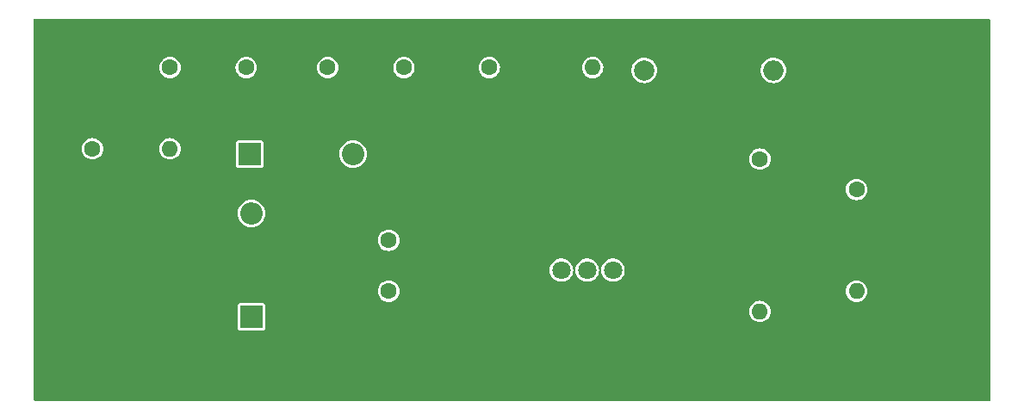
<source format=gbr>
%TF.GenerationSoftware,KiCad,Pcbnew,8.0.3*%
%TF.CreationDate,2024-10-19T22:40:53-05:00*%
%TF.ProjectId,G1 RGB Mod Board,47312052-4742-4204-9d6f-6420426f6172,rev?*%
%TF.SameCoordinates,Original*%
%TF.FileFunction,Copper,L2,Bot*%
%TF.FilePolarity,Positive*%
%FSLAX46Y46*%
G04 Gerber Fmt 4.6, Leading zero omitted, Abs format (unit mm)*
G04 Created by KiCad (PCBNEW 8.0.3) date 2024-10-19 22:40:53*
%MOMM*%
%LPD*%
G01*
G04 APERTURE LIST*
%TA.AperFunction,ComponentPad*%
%ADD10R,2.200000X2.200000*%
%TD*%
%TA.AperFunction,ComponentPad*%
%ADD11O,2.200000X2.200000*%
%TD*%
%TA.AperFunction,ComponentPad*%
%ADD12C,1.600000*%
%TD*%
%TA.AperFunction,ComponentPad*%
%ADD13O,1.600000X1.600000*%
%TD*%
%TA.AperFunction,ComponentPad*%
%ADD14C,2.000000*%
%TD*%
%TA.AperFunction,ComponentPad*%
%ADD15O,2.000000X2.000000*%
%TD*%
%TA.AperFunction,ComponentPad*%
%ADD16C,1.800000*%
%TD*%
G04 APERTURE END LIST*
D10*
X35888000Y-28260000D03*
D11*
X46048000Y-28260000D03*
D10*
X36048000Y-44260000D03*
D11*
X36048000Y-34100000D03*
D12*
X59436000Y-19760000D03*
D13*
X69596000Y-19760000D03*
D12*
X20428000Y-27760000D03*
D13*
X28048000Y-27760000D03*
D14*
X74676000Y-20032000D03*
D15*
X87376000Y-20032000D03*
D12*
X43548000Y-19760000D03*
X51048000Y-19760000D03*
X28048000Y-19760000D03*
X35548000Y-19760000D03*
X95548000Y-31760000D03*
D13*
X95548000Y-41760000D03*
D12*
X86048000Y-28760000D03*
D13*
X86048000Y-43760000D03*
D12*
X49548000Y-41760000D03*
X49548000Y-36760000D03*
D16*
X66523000Y-39685000D03*
X69063000Y-39685000D03*
X71603000Y-39685000D03*
%TA.AperFunction,Conductor*%
G36*
X108654121Y-14972002D02*
G01*
X108700614Y-15025658D01*
X108712000Y-15078000D01*
X108712000Y-52422000D01*
X108691998Y-52490121D01*
X108638342Y-52536614D01*
X108586000Y-52548000D01*
X14762000Y-52548000D01*
X14693879Y-52527998D01*
X14647386Y-52474342D01*
X14636000Y-52422000D01*
X14636000Y-43135322D01*
X34697500Y-43135322D01*
X34697500Y-45384677D01*
X34712033Y-45457739D01*
X34712034Y-45457740D01*
X34767399Y-45540601D01*
X34850260Y-45595966D01*
X34923326Y-45610500D01*
X37172674Y-45610500D01*
X37245740Y-45595966D01*
X37328601Y-45540601D01*
X37383966Y-45457740D01*
X37398500Y-45384674D01*
X37398500Y-43759996D01*
X84992417Y-43759996D01*
X84992417Y-43760003D01*
X85012698Y-43965927D01*
X85012699Y-43965933D01*
X85012700Y-43965934D01*
X85072768Y-44163954D01*
X85170315Y-44346450D01*
X85301590Y-44506410D01*
X85461550Y-44637685D01*
X85644046Y-44735232D01*
X85842066Y-44795300D01*
X85842070Y-44795300D01*
X85842072Y-44795301D01*
X86047997Y-44815583D01*
X86048000Y-44815583D01*
X86048003Y-44815583D01*
X86253927Y-44795301D01*
X86253928Y-44795300D01*
X86253934Y-44795300D01*
X86451954Y-44735232D01*
X86634450Y-44637685D01*
X86794410Y-44506410D01*
X86925685Y-44346450D01*
X87023232Y-44163954D01*
X87083300Y-43965934D01*
X87103583Y-43760000D01*
X87083300Y-43554066D01*
X87023232Y-43356046D01*
X86925685Y-43173550D01*
X86794410Y-43013590D01*
X86634450Y-42882315D01*
X86634448Y-42882314D01*
X86634447Y-42882313D01*
X86451954Y-42784768D01*
X86253934Y-42724700D01*
X86253933Y-42724699D01*
X86253927Y-42724698D01*
X86048003Y-42704417D01*
X86047997Y-42704417D01*
X85842072Y-42724698D01*
X85644045Y-42784768D01*
X85461552Y-42882313D01*
X85301590Y-43013590D01*
X85170313Y-43173552D01*
X85072768Y-43356045D01*
X85012698Y-43554072D01*
X84992417Y-43759996D01*
X37398500Y-43759996D01*
X37398500Y-43135326D01*
X37383966Y-43062260D01*
X37328601Y-42979399D01*
X37245740Y-42924034D01*
X37245739Y-42924033D01*
X37172677Y-42909500D01*
X37172674Y-42909500D01*
X34923326Y-42909500D01*
X34923322Y-42909500D01*
X34850260Y-42924033D01*
X34767399Y-42979399D01*
X34712033Y-43062260D01*
X34697500Y-43135322D01*
X14636000Y-43135322D01*
X14636000Y-41759996D01*
X48492417Y-41759996D01*
X48492417Y-41760003D01*
X48512698Y-41965927D01*
X48512699Y-41965933D01*
X48512700Y-41965934D01*
X48572768Y-42163954D01*
X48670315Y-42346450D01*
X48801590Y-42506410D01*
X48961550Y-42637685D01*
X49144046Y-42735232D01*
X49342066Y-42795300D01*
X49342070Y-42795300D01*
X49342072Y-42795301D01*
X49547997Y-42815583D01*
X49548000Y-42815583D01*
X49548003Y-42815583D01*
X49753927Y-42795301D01*
X49753928Y-42795300D01*
X49753934Y-42795300D01*
X49951954Y-42735232D01*
X50134450Y-42637685D01*
X50294410Y-42506410D01*
X50425685Y-42346450D01*
X50523232Y-42163954D01*
X50583300Y-41965934D01*
X50603583Y-41760000D01*
X50603583Y-41759996D01*
X94492417Y-41759996D01*
X94492417Y-41760003D01*
X94512698Y-41965927D01*
X94512699Y-41965933D01*
X94512700Y-41965934D01*
X94572768Y-42163954D01*
X94670315Y-42346450D01*
X94801590Y-42506410D01*
X94961550Y-42637685D01*
X95144046Y-42735232D01*
X95342066Y-42795300D01*
X95342070Y-42795300D01*
X95342072Y-42795301D01*
X95547997Y-42815583D01*
X95548000Y-42815583D01*
X95548003Y-42815583D01*
X95753927Y-42795301D01*
X95753928Y-42795300D01*
X95753934Y-42795300D01*
X95951954Y-42735232D01*
X96134450Y-42637685D01*
X96294410Y-42506410D01*
X96425685Y-42346450D01*
X96523232Y-42163954D01*
X96583300Y-41965934D01*
X96603583Y-41760000D01*
X96583300Y-41554066D01*
X96523232Y-41356046D01*
X96425685Y-41173550D01*
X96294410Y-41013590D01*
X96134450Y-40882315D01*
X96134448Y-40882314D01*
X96134447Y-40882313D01*
X95951954Y-40784768D01*
X95753927Y-40724698D01*
X95548003Y-40704417D01*
X95547997Y-40704417D01*
X95342072Y-40724698D01*
X95144045Y-40784768D01*
X94961552Y-40882313D01*
X94801590Y-41013590D01*
X94670313Y-41173552D01*
X94572768Y-41356045D01*
X94512698Y-41554072D01*
X94492417Y-41759996D01*
X50603583Y-41759996D01*
X50583300Y-41554066D01*
X50523232Y-41356046D01*
X50425685Y-41173550D01*
X50294410Y-41013590D01*
X50134450Y-40882315D01*
X50134448Y-40882314D01*
X50134447Y-40882313D01*
X49951954Y-40784768D01*
X49753927Y-40724698D01*
X49548003Y-40704417D01*
X49547997Y-40704417D01*
X49342072Y-40724698D01*
X49144045Y-40784768D01*
X48961552Y-40882313D01*
X48801590Y-41013590D01*
X48670313Y-41173552D01*
X48572768Y-41356045D01*
X48512698Y-41554072D01*
X48492417Y-41759996D01*
X14636000Y-41759996D01*
X14636000Y-39685000D01*
X65367571Y-39685000D01*
X65387244Y-39897311D01*
X65445593Y-40102384D01*
X65445594Y-40102386D01*
X65445595Y-40102389D01*
X65540634Y-40293255D01*
X65669128Y-40463407D01*
X65669129Y-40463408D01*
X65826699Y-40607053D01*
X65826701Y-40607054D01*
X66007974Y-40719294D01*
X66007975Y-40719294D01*
X66007981Y-40719298D01*
X66206802Y-40796321D01*
X66416390Y-40835500D01*
X66416393Y-40835500D01*
X66629607Y-40835500D01*
X66629610Y-40835500D01*
X66839198Y-40796321D01*
X67038019Y-40719298D01*
X67219302Y-40607052D01*
X67376872Y-40463407D01*
X67505366Y-40293255D01*
X67600405Y-40102389D01*
X67658756Y-39897310D01*
X67667537Y-39802538D01*
X67693739Y-39736555D01*
X67751456Y-39695211D01*
X67822362Y-39691634D01*
X67883946Y-39726960D01*
X67916656Y-39789973D01*
X67918461Y-39802529D01*
X67925971Y-39883579D01*
X67927244Y-39897311D01*
X67985593Y-40102384D01*
X67985594Y-40102386D01*
X67985595Y-40102389D01*
X68080634Y-40293255D01*
X68209128Y-40463407D01*
X68209129Y-40463408D01*
X68366699Y-40607053D01*
X68366701Y-40607054D01*
X68547974Y-40719294D01*
X68547975Y-40719294D01*
X68547981Y-40719298D01*
X68746802Y-40796321D01*
X68956390Y-40835500D01*
X68956393Y-40835500D01*
X69169607Y-40835500D01*
X69169610Y-40835500D01*
X69379198Y-40796321D01*
X69578019Y-40719298D01*
X69759302Y-40607052D01*
X69916872Y-40463407D01*
X70045366Y-40293255D01*
X70140405Y-40102389D01*
X70198756Y-39897310D01*
X70207537Y-39802538D01*
X70233739Y-39736555D01*
X70291456Y-39695211D01*
X70362362Y-39691634D01*
X70423946Y-39726960D01*
X70456656Y-39789973D01*
X70458461Y-39802529D01*
X70465971Y-39883579D01*
X70467244Y-39897311D01*
X70525593Y-40102384D01*
X70525594Y-40102386D01*
X70525595Y-40102389D01*
X70620634Y-40293255D01*
X70749128Y-40463407D01*
X70749129Y-40463408D01*
X70906699Y-40607053D01*
X70906701Y-40607054D01*
X71087974Y-40719294D01*
X71087975Y-40719294D01*
X71087981Y-40719298D01*
X71286802Y-40796321D01*
X71496390Y-40835500D01*
X71496393Y-40835500D01*
X71709607Y-40835500D01*
X71709610Y-40835500D01*
X71919198Y-40796321D01*
X72118019Y-40719298D01*
X72299302Y-40607052D01*
X72456872Y-40463407D01*
X72585366Y-40293255D01*
X72680405Y-40102389D01*
X72738756Y-39897310D01*
X72758429Y-39685000D01*
X72738756Y-39472690D01*
X72680405Y-39267611D01*
X72585366Y-39076745D01*
X72456872Y-38906593D01*
X72299302Y-38762948D01*
X72299300Y-38762946D01*
X72299298Y-38762945D01*
X72118025Y-38650705D01*
X72118021Y-38650703D01*
X72118019Y-38650702D01*
X71996222Y-38603517D01*
X71919199Y-38573679D01*
X71866801Y-38563884D01*
X71709610Y-38534500D01*
X71496390Y-38534500D01*
X71370637Y-38558007D01*
X71286800Y-38573679D01*
X71132754Y-38633356D01*
X71087981Y-38650702D01*
X71087980Y-38650702D01*
X71087979Y-38650703D01*
X71087974Y-38650705D01*
X70906701Y-38762945D01*
X70906699Y-38762946D01*
X70749129Y-38906591D01*
X70662293Y-39021580D01*
X70620634Y-39076745D01*
X70527130Y-39264526D01*
X70525593Y-39267615D01*
X70467244Y-39472688D01*
X70467244Y-39472690D01*
X70458462Y-39567461D01*
X70432261Y-39633444D01*
X70374544Y-39674788D01*
X70303638Y-39678365D01*
X70242053Y-39643039D01*
X70209344Y-39580026D01*
X70207538Y-39567470D01*
X70198756Y-39472690D01*
X70140405Y-39267611D01*
X70045366Y-39076745D01*
X69916872Y-38906593D01*
X69759302Y-38762948D01*
X69759300Y-38762946D01*
X69759298Y-38762945D01*
X69578025Y-38650705D01*
X69578021Y-38650703D01*
X69578019Y-38650702D01*
X69456222Y-38603517D01*
X69379199Y-38573679D01*
X69326801Y-38563884D01*
X69169610Y-38534500D01*
X68956390Y-38534500D01*
X68830637Y-38558007D01*
X68746800Y-38573679D01*
X68592754Y-38633356D01*
X68547981Y-38650702D01*
X68547980Y-38650702D01*
X68547979Y-38650703D01*
X68547974Y-38650705D01*
X68366701Y-38762945D01*
X68366699Y-38762946D01*
X68209129Y-38906591D01*
X68122293Y-39021580D01*
X68080634Y-39076745D01*
X67987130Y-39264526D01*
X67985593Y-39267615D01*
X67927244Y-39472688D01*
X67927244Y-39472690D01*
X67918462Y-39567461D01*
X67892261Y-39633444D01*
X67834544Y-39674788D01*
X67763638Y-39678365D01*
X67702053Y-39643039D01*
X67669344Y-39580026D01*
X67667538Y-39567470D01*
X67658756Y-39472690D01*
X67600405Y-39267611D01*
X67505366Y-39076745D01*
X67376872Y-38906593D01*
X67219302Y-38762948D01*
X67219300Y-38762946D01*
X67219298Y-38762945D01*
X67038025Y-38650705D01*
X67038021Y-38650703D01*
X67038019Y-38650702D01*
X66916222Y-38603517D01*
X66839199Y-38573679D01*
X66786801Y-38563884D01*
X66629610Y-38534500D01*
X66416390Y-38534500D01*
X66290637Y-38558007D01*
X66206800Y-38573679D01*
X66052754Y-38633356D01*
X66007981Y-38650702D01*
X66007980Y-38650702D01*
X66007979Y-38650703D01*
X66007974Y-38650705D01*
X65826701Y-38762945D01*
X65826699Y-38762946D01*
X65669129Y-38906591D01*
X65582293Y-39021580D01*
X65540634Y-39076745D01*
X65447130Y-39264526D01*
X65445593Y-39267615D01*
X65387244Y-39472688D01*
X65367571Y-39685000D01*
X14636000Y-39685000D01*
X14636000Y-36759996D01*
X48492417Y-36759996D01*
X48492417Y-36760003D01*
X48512698Y-36965927D01*
X48512699Y-36965933D01*
X48512700Y-36965934D01*
X48572768Y-37163954D01*
X48670315Y-37346450D01*
X48801590Y-37506410D01*
X48961550Y-37637685D01*
X49144046Y-37735232D01*
X49342066Y-37795300D01*
X49342070Y-37795300D01*
X49342072Y-37795301D01*
X49547997Y-37815583D01*
X49548000Y-37815583D01*
X49548003Y-37815583D01*
X49753927Y-37795301D01*
X49753928Y-37795300D01*
X49753934Y-37795300D01*
X49951954Y-37735232D01*
X50134450Y-37637685D01*
X50294410Y-37506410D01*
X50425685Y-37346450D01*
X50523232Y-37163954D01*
X50583300Y-36965934D01*
X50603583Y-36760000D01*
X50583300Y-36554066D01*
X50523232Y-36356046D01*
X50425685Y-36173550D01*
X50294410Y-36013590D01*
X50134450Y-35882315D01*
X50134448Y-35882314D01*
X50134447Y-35882313D01*
X49951954Y-35784768D01*
X49753927Y-35724698D01*
X49548003Y-35704417D01*
X49547997Y-35704417D01*
X49342072Y-35724698D01*
X49144045Y-35784768D01*
X48961552Y-35882313D01*
X48801590Y-36013590D01*
X48670313Y-36173552D01*
X48572768Y-36356045D01*
X48512698Y-36554072D01*
X48492417Y-36759996D01*
X14636000Y-36759996D01*
X14636000Y-34100000D01*
X34692341Y-34100000D01*
X34712937Y-34335411D01*
X34774096Y-34563661D01*
X34774097Y-34563663D01*
X34873965Y-34777830D01*
X35009505Y-34971401D01*
X35176599Y-35138495D01*
X35370170Y-35274035D01*
X35584337Y-35373903D01*
X35812592Y-35435063D01*
X36048000Y-35455659D01*
X36283408Y-35435063D01*
X36511663Y-35373903D01*
X36725830Y-35274035D01*
X36919401Y-35138495D01*
X37086495Y-34971401D01*
X37222035Y-34777830D01*
X37321903Y-34563663D01*
X37383063Y-34335408D01*
X37403659Y-34100000D01*
X37383063Y-33864592D01*
X37321903Y-33636337D01*
X37222035Y-33422171D01*
X37222034Y-33422170D01*
X37222033Y-33422167D01*
X37086501Y-33228607D01*
X37086498Y-33228603D01*
X37086495Y-33228599D01*
X36919401Y-33061505D01*
X36725830Y-32925965D01*
X36511663Y-32826097D01*
X36511661Y-32826096D01*
X36283411Y-32764937D01*
X36048000Y-32744341D01*
X35812588Y-32764937D01*
X35584338Y-32826096D01*
X35584334Y-32826098D01*
X35370167Y-32925966D01*
X35176607Y-33061498D01*
X35176596Y-33061507D01*
X35009507Y-33228596D01*
X35009498Y-33228607D01*
X34873966Y-33422167D01*
X34774098Y-33636334D01*
X34774096Y-33636338D01*
X34712937Y-33864588D01*
X34692341Y-34100000D01*
X14636000Y-34100000D01*
X14636000Y-31759996D01*
X94492417Y-31759996D01*
X94492417Y-31760003D01*
X94512698Y-31965927D01*
X94512699Y-31965933D01*
X94512700Y-31965934D01*
X94572768Y-32163954D01*
X94670315Y-32346450D01*
X94801590Y-32506410D01*
X94961550Y-32637685D01*
X95144046Y-32735232D01*
X95342066Y-32795300D01*
X95342070Y-32795300D01*
X95342072Y-32795301D01*
X95547997Y-32815583D01*
X95548000Y-32815583D01*
X95548003Y-32815583D01*
X95753927Y-32795301D01*
X95753928Y-32795300D01*
X95753934Y-32795300D01*
X95951954Y-32735232D01*
X96134450Y-32637685D01*
X96294410Y-32506410D01*
X96425685Y-32346450D01*
X96523232Y-32163954D01*
X96583300Y-31965934D01*
X96603583Y-31760000D01*
X96583300Y-31554066D01*
X96523232Y-31356046D01*
X96425685Y-31173550D01*
X96294410Y-31013590D01*
X96134450Y-30882315D01*
X96134448Y-30882314D01*
X96134447Y-30882313D01*
X95951954Y-30784768D01*
X95753927Y-30724698D01*
X95548003Y-30704417D01*
X95547997Y-30704417D01*
X95342072Y-30724698D01*
X95144045Y-30784768D01*
X94961552Y-30882313D01*
X94801590Y-31013590D01*
X94670313Y-31173552D01*
X94572768Y-31356045D01*
X94512698Y-31554072D01*
X94492417Y-31759996D01*
X14636000Y-31759996D01*
X14636000Y-27759996D01*
X19372417Y-27759996D01*
X19372417Y-27760003D01*
X19392698Y-27965927D01*
X19392699Y-27965933D01*
X19392700Y-27965934D01*
X19452768Y-28163954D01*
X19550315Y-28346450D01*
X19681590Y-28506410D01*
X19841550Y-28637685D01*
X20024046Y-28735232D01*
X20222066Y-28795300D01*
X20222070Y-28795300D01*
X20222072Y-28795301D01*
X20427997Y-28815583D01*
X20428000Y-28815583D01*
X20428003Y-28815583D01*
X20633927Y-28795301D01*
X20633928Y-28795300D01*
X20633934Y-28795300D01*
X20831954Y-28735232D01*
X21014450Y-28637685D01*
X21174410Y-28506410D01*
X21305685Y-28346450D01*
X21403232Y-28163954D01*
X21463300Y-27965934D01*
X21480005Y-27796334D01*
X21483583Y-27760003D01*
X21483583Y-27759996D01*
X26992417Y-27759996D01*
X26992417Y-27760003D01*
X27012698Y-27965927D01*
X27012699Y-27965933D01*
X27012700Y-27965934D01*
X27072768Y-28163954D01*
X27170315Y-28346450D01*
X27301590Y-28506410D01*
X27461550Y-28637685D01*
X27644046Y-28735232D01*
X27842066Y-28795300D01*
X27842070Y-28795300D01*
X27842072Y-28795301D01*
X28047997Y-28815583D01*
X28048000Y-28815583D01*
X28048003Y-28815583D01*
X28253927Y-28795301D01*
X28253928Y-28795300D01*
X28253934Y-28795300D01*
X28451954Y-28735232D01*
X28634450Y-28637685D01*
X28794410Y-28506410D01*
X28925685Y-28346450D01*
X29023232Y-28163954D01*
X29083300Y-27965934D01*
X29100005Y-27796334D01*
X29103583Y-27760003D01*
X29103583Y-27759996D01*
X29083301Y-27554072D01*
X29083300Y-27554070D01*
X29083300Y-27554066D01*
X29023232Y-27356046D01*
X28925685Y-27173550D01*
X28894312Y-27135322D01*
X34537500Y-27135322D01*
X34537500Y-29384677D01*
X34552033Y-29457739D01*
X34552034Y-29457740D01*
X34607399Y-29540601D01*
X34690260Y-29595966D01*
X34763326Y-29610500D01*
X37012674Y-29610500D01*
X37085740Y-29595966D01*
X37168601Y-29540601D01*
X37223966Y-29457740D01*
X37238500Y-29384674D01*
X37238500Y-28260000D01*
X44692341Y-28260000D01*
X44712937Y-28495411D01*
X44774096Y-28723661D01*
X44774097Y-28723663D01*
X44873965Y-28937830D01*
X45009505Y-29131401D01*
X45176599Y-29298495D01*
X45370170Y-29434035D01*
X45584337Y-29533903D01*
X45812592Y-29595063D01*
X46048000Y-29615659D01*
X46283408Y-29595063D01*
X46511663Y-29533903D01*
X46725830Y-29434035D01*
X46919401Y-29298495D01*
X47086495Y-29131401D01*
X47222035Y-28937830D01*
X47304961Y-28759996D01*
X84992417Y-28759996D01*
X84992417Y-28760003D01*
X85012698Y-28965927D01*
X85072768Y-29163954D01*
X85144680Y-29298492D01*
X85170315Y-29346450D01*
X85301590Y-29506410D01*
X85461550Y-29637685D01*
X85644046Y-29735232D01*
X85842066Y-29795300D01*
X85842070Y-29795300D01*
X85842072Y-29795301D01*
X86047997Y-29815583D01*
X86048000Y-29815583D01*
X86048003Y-29815583D01*
X86253927Y-29795301D01*
X86253928Y-29795300D01*
X86253934Y-29795300D01*
X86451954Y-29735232D01*
X86634450Y-29637685D01*
X86794410Y-29506410D01*
X86925685Y-29346450D01*
X87023232Y-29163954D01*
X87083300Y-28965934D01*
X87098109Y-28815583D01*
X87103583Y-28760003D01*
X87103583Y-28759996D01*
X87083301Y-28554072D01*
X87083300Y-28554070D01*
X87083300Y-28554066D01*
X87023232Y-28356046D01*
X86925685Y-28173550D01*
X86794410Y-28013590D01*
X86634450Y-27882315D01*
X86634448Y-27882314D01*
X86634447Y-27882313D01*
X86451954Y-27784768D01*
X86253927Y-27724698D01*
X86048003Y-27704417D01*
X86047997Y-27704417D01*
X85842072Y-27724698D01*
X85644045Y-27784768D01*
X85461552Y-27882313D01*
X85301590Y-28013590D01*
X85170313Y-28173552D01*
X85072768Y-28356045D01*
X85012698Y-28554072D01*
X84992417Y-28759996D01*
X47304961Y-28759996D01*
X47321903Y-28723663D01*
X47383063Y-28495408D01*
X47403659Y-28260000D01*
X47383063Y-28024592D01*
X47321903Y-27796337D01*
X47222035Y-27582171D01*
X47222034Y-27582170D01*
X47222033Y-27582167D01*
X47086501Y-27388607D01*
X47086498Y-27388603D01*
X47086495Y-27388599D01*
X46919401Y-27221505D01*
X46725830Y-27085965D01*
X46511663Y-26986097D01*
X46511661Y-26986096D01*
X46283411Y-26924937D01*
X46048000Y-26904341D01*
X45812588Y-26924937D01*
X45584338Y-26986096D01*
X45584334Y-26986098D01*
X45370167Y-27085966D01*
X45176607Y-27221498D01*
X45176596Y-27221507D01*
X45009507Y-27388596D01*
X45009498Y-27388607D01*
X44873966Y-27582167D01*
X44774098Y-27796334D01*
X44774096Y-27796338D01*
X44712937Y-28024588D01*
X44692341Y-28260000D01*
X37238500Y-28260000D01*
X37238500Y-27135326D01*
X37223966Y-27062260D01*
X37168601Y-26979399D01*
X37113235Y-26942405D01*
X37085739Y-26924033D01*
X37012677Y-26909500D01*
X37012674Y-26909500D01*
X34763326Y-26909500D01*
X34763322Y-26909500D01*
X34690260Y-26924033D01*
X34607399Y-26979399D01*
X34552033Y-27062260D01*
X34537500Y-27135322D01*
X28894312Y-27135322D01*
X28794410Y-27013590D01*
X28634450Y-26882315D01*
X28634448Y-26882314D01*
X28634447Y-26882313D01*
X28451954Y-26784768D01*
X28253927Y-26724698D01*
X28048003Y-26704417D01*
X28047997Y-26704417D01*
X27842072Y-26724698D01*
X27644045Y-26784768D01*
X27461552Y-26882313D01*
X27301590Y-27013590D01*
X27170313Y-27173552D01*
X27072768Y-27356045D01*
X27012698Y-27554072D01*
X26992417Y-27759996D01*
X21483583Y-27759996D01*
X21463301Y-27554072D01*
X21463300Y-27554070D01*
X21463300Y-27554066D01*
X21403232Y-27356046D01*
X21305685Y-27173550D01*
X21174410Y-27013590D01*
X21014450Y-26882315D01*
X21014448Y-26882314D01*
X21014447Y-26882313D01*
X20831954Y-26784768D01*
X20633927Y-26724698D01*
X20428003Y-26704417D01*
X20427997Y-26704417D01*
X20222072Y-26724698D01*
X20024045Y-26784768D01*
X19841552Y-26882313D01*
X19681590Y-27013590D01*
X19550313Y-27173552D01*
X19452768Y-27356045D01*
X19392698Y-27554072D01*
X19372417Y-27759996D01*
X14636000Y-27759996D01*
X14636000Y-19759996D01*
X26992417Y-19759996D01*
X26992417Y-19760003D01*
X27012698Y-19965927D01*
X27072768Y-20163954D01*
X27118748Y-20249977D01*
X27170315Y-20346450D01*
X27301590Y-20506410D01*
X27461550Y-20637685D01*
X27644046Y-20735232D01*
X27842066Y-20795300D01*
X27842070Y-20795300D01*
X27842072Y-20795301D01*
X28047997Y-20815583D01*
X28048000Y-20815583D01*
X28048003Y-20815583D01*
X28253927Y-20795301D01*
X28253928Y-20795300D01*
X28253934Y-20795300D01*
X28451954Y-20735232D01*
X28634450Y-20637685D01*
X28794410Y-20506410D01*
X28925685Y-20346450D01*
X29023232Y-20163954D01*
X29083300Y-19965934D01*
X29103583Y-19760000D01*
X29103583Y-19759996D01*
X34492417Y-19759996D01*
X34492417Y-19760003D01*
X34512698Y-19965927D01*
X34572768Y-20163954D01*
X34618748Y-20249977D01*
X34670315Y-20346450D01*
X34801590Y-20506410D01*
X34961550Y-20637685D01*
X35144046Y-20735232D01*
X35342066Y-20795300D01*
X35342070Y-20795300D01*
X35342072Y-20795301D01*
X35547997Y-20815583D01*
X35548000Y-20815583D01*
X35548003Y-20815583D01*
X35753927Y-20795301D01*
X35753928Y-20795300D01*
X35753934Y-20795300D01*
X35951954Y-20735232D01*
X36134450Y-20637685D01*
X36294410Y-20506410D01*
X36425685Y-20346450D01*
X36523232Y-20163954D01*
X36583300Y-19965934D01*
X36603583Y-19760000D01*
X36603583Y-19759996D01*
X42492417Y-19759996D01*
X42492417Y-19760003D01*
X42512698Y-19965927D01*
X42572768Y-20163954D01*
X42618748Y-20249977D01*
X42670315Y-20346450D01*
X42801590Y-20506410D01*
X42961550Y-20637685D01*
X43144046Y-20735232D01*
X43342066Y-20795300D01*
X43342070Y-20795300D01*
X43342072Y-20795301D01*
X43547997Y-20815583D01*
X43548000Y-20815583D01*
X43548003Y-20815583D01*
X43753927Y-20795301D01*
X43753928Y-20795300D01*
X43753934Y-20795300D01*
X43951954Y-20735232D01*
X44134450Y-20637685D01*
X44294410Y-20506410D01*
X44425685Y-20346450D01*
X44523232Y-20163954D01*
X44583300Y-19965934D01*
X44603583Y-19760000D01*
X44603583Y-19759996D01*
X49992417Y-19759996D01*
X49992417Y-19760003D01*
X50012698Y-19965927D01*
X50072768Y-20163954D01*
X50118748Y-20249977D01*
X50170315Y-20346450D01*
X50301590Y-20506410D01*
X50461550Y-20637685D01*
X50644046Y-20735232D01*
X50842066Y-20795300D01*
X50842070Y-20795300D01*
X50842072Y-20795301D01*
X51047997Y-20815583D01*
X51048000Y-20815583D01*
X51048003Y-20815583D01*
X51253927Y-20795301D01*
X51253928Y-20795300D01*
X51253934Y-20795300D01*
X51451954Y-20735232D01*
X51634450Y-20637685D01*
X51794410Y-20506410D01*
X51925685Y-20346450D01*
X52023232Y-20163954D01*
X52083300Y-19965934D01*
X52103583Y-19760000D01*
X52103583Y-19759996D01*
X58380417Y-19759996D01*
X58380417Y-19760003D01*
X58400698Y-19965927D01*
X58460768Y-20163954D01*
X58506748Y-20249977D01*
X58558315Y-20346450D01*
X58689590Y-20506410D01*
X58849550Y-20637685D01*
X59032046Y-20735232D01*
X59230066Y-20795300D01*
X59230070Y-20795300D01*
X59230072Y-20795301D01*
X59435997Y-20815583D01*
X59436000Y-20815583D01*
X59436003Y-20815583D01*
X59641927Y-20795301D01*
X59641928Y-20795300D01*
X59641934Y-20795300D01*
X59839954Y-20735232D01*
X60022450Y-20637685D01*
X60182410Y-20506410D01*
X60313685Y-20346450D01*
X60411232Y-20163954D01*
X60471300Y-19965934D01*
X60491583Y-19760000D01*
X60491583Y-19759996D01*
X68540417Y-19759996D01*
X68540417Y-19760003D01*
X68560698Y-19965927D01*
X68620768Y-20163954D01*
X68666748Y-20249977D01*
X68718315Y-20346450D01*
X68849590Y-20506410D01*
X69009550Y-20637685D01*
X69192046Y-20735232D01*
X69390066Y-20795300D01*
X69390070Y-20795300D01*
X69390072Y-20795301D01*
X69595997Y-20815583D01*
X69596000Y-20815583D01*
X69596003Y-20815583D01*
X69801927Y-20795301D01*
X69801928Y-20795300D01*
X69801934Y-20795300D01*
X69999954Y-20735232D01*
X70182450Y-20637685D01*
X70342410Y-20506410D01*
X70473685Y-20346450D01*
X70571232Y-20163954D01*
X70611259Y-20032000D01*
X73420723Y-20032000D01*
X73439793Y-20249977D01*
X73465642Y-20346447D01*
X73496424Y-20461328D01*
X73496426Y-20461333D01*
X73517446Y-20506410D01*
X73588898Y-20659639D01*
X73714402Y-20838877D01*
X73869123Y-20993598D01*
X74048361Y-21119102D01*
X74246670Y-21211575D01*
X74458023Y-21268207D01*
X74676000Y-21287277D01*
X74893977Y-21268207D01*
X75105330Y-21211575D01*
X75303639Y-21119102D01*
X75482877Y-20993598D01*
X75637598Y-20838877D01*
X75763102Y-20659639D01*
X75855575Y-20461330D01*
X75912207Y-20249977D01*
X75931277Y-20032000D01*
X86120723Y-20032000D01*
X86139793Y-20249977D01*
X86165642Y-20346447D01*
X86196424Y-20461328D01*
X86196426Y-20461333D01*
X86217446Y-20506410D01*
X86288898Y-20659639D01*
X86414402Y-20838877D01*
X86569123Y-20993598D01*
X86748361Y-21119102D01*
X86946670Y-21211575D01*
X87158023Y-21268207D01*
X87376000Y-21287277D01*
X87593977Y-21268207D01*
X87805330Y-21211575D01*
X88003639Y-21119102D01*
X88182877Y-20993598D01*
X88337598Y-20838877D01*
X88463102Y-20659639D01*
X88555575Y-20461330D01*
X88612207Y-20249977D01*
X88631277Y-20032000D01*
X88612207Y-19814023D01*
X88555575Y-19602670D01*
X88463102Y-19404362D01*
X88463101Y-19404361D01*
X88463100Y-19404358D01*
X88337604Y-19225131D01*
X88337601Y-19225127D01*
X88337598Y-19225123D01*
X88182877Y-19070402D01*
X88003639Y-18944898D01*
X87805333Y-18852426D01*
X87805328Y-18852424D01*
X87727967Y-18831695D01*
X87593977Y-18795793D01*
X87376000Y-18776723D01*
X87158023Y-18795793D01*
X87068696Y-18819728D01*
X86946671Y-18852424D01*
X86946667Y-18852426D01*
X86748358Y-18944899D01*
X86569131Y-19070395D01*
X86569120Y-19070404D01*
X86414404Y-19225120D01*
X86414395Y-19225131D01*
X86288899Y-19404358D01*
X86196426Y-19602667D01*
X86196424Y-19602671D01*
X86163728Y-19724696D01*
X86139793Y-19814023D01*
X86120723Y-20032000D01*
X75931277Y-20032000D01*
X75912207Y-19814023D01*
X75855575Y-19602670D01*
X75763102Y-19404362D01*
X75763101Y-19404361D01*
X75763100Y-19404358D01*
X75637604Y-19225131D01*
X75637601Y-19225127D01*
X75637598Y-19225123D01*
X75482877Y-19070402D01*
X75303639Y-18944898D01*
X75105333Y-18852426D01*
X75105328Y-18852424D01*
X75027967Y-18831695D01*
X74893977Y-18795793D01*
X74676000Y-18776723D01*
X74458023Y-18795793D01*
X74368696Y-18819728D01*
X74246671Y-18852424D01*
X74246667Y-18852426D01*
X74048358Y-18944899D01*
X73869131Y-19070395D01*
X73869120Y-19070404D01*
X73714404Y-19225120D01*
X73714395Y-19225131D01*
X73588899Y-19404358D01*
X73496426Y-19602667D01*
X73496424Y-19602671D01*
X73463728Y-19724696D01*
X73439793Y-19814023D01*
X73420723Y-20032000D01*
X70611259Y-20032000D01*
X70631300Y-19965934D01*
X70651583Y-19760000D01*
X70651583Y-19759996D01*
X70631301Y-19554072D01*
X70631300Y-19554070D01*
X70631300Y-19554066D01*
X70571232Y-19356046D01*
X70473685Y-19173550D01*
X70342410Y-19013590D01*
X70182450Y-18882315D01*
X70182448Y-18882314D01*
X70182447Y-18882313D01*
X69999954Y-18784768D01*
X69801927Y-18724698D01*
X69596003Y-18704417D01*
X69595997Y-18704417D01*
X69390072Y-18724698D01*
X69192045Y-18784768D01*
X69009552Y-18882313D01*
X68849590Y-19013590D01*
X68718313Y-19173552D01*
X68620768Y-19356045D01*
X68560698Y-19554072D01*
X68540417Y-19759996D01*
X60491583Y-19759996D01*
X60471301Y-19554072D01*
X60471300Y-19554070D01*
X60471300Y-19554066D01*
X60411232Y-19356046D01*
X60313685Y-19173550D01*
X60182410Y-19013590D01*
X60022450Y-18882315D01*
X60022448Y-18882314D01*
X60022447Y-18882313D01*
X59839954Y-18784768D01*
X59641927Y-18724698D01*
X59436003Y-18704417D01*
X59435997Y-18704417D01*
X59230072Y-18724698D01*
X59032045Y-18784768D01*
X58849552Y-18882313D01*
X58689590Y-19013590D01*
X58558313Y-19173552D01*
X58460768Y-19356045D01*
X58400698Y-19554072D01*
X58380417Y-19759996D01*
X52103583Y-19759996D01*
X52083301Y-19554072D01*
X52083300Y-19554070D01*
X52083300Y-19554066D01*
X52023232Y-19356046D01*
X51925685Y-19173550D01*
X51794410Y-19013590D01*
X51634450Y-18882315D01*
X51634448Y-18882314D01*
X51634447Y-18882313D01*
X51451954Y-18784768D01*
X51253927Y-18724698D01*
X51048003Y-18704417D01*
X51047997Y-18704417D01*
X50842072Y-18724698D01*
X50644045Y-18784768D01*
X50461552Y-18882313D01*
X50301590Y-19013590D01*
X50170313Y-19173552D01*
X50072768Y-19356045D01*
X50012698Y-19554072D01*
X49992417Y-19759996D01*
X44603583Y-19759996D01*
X44583301Y-19554072D01*
X44583300Y-19554070D01*
X44583300Y-19554066D01*
X44523232Y-19356046D01*
X44425685Y-19173550D01*
X44294410Y-19013590D01*
X44134450Y-18882315D01*
X44134448Y-18882314D01*
X44134447Y-18882313D01*
X43951954Y-18784768D01*
X43753927Y-18724698D01*
X43548003Y-18704417D01*
X43547997Y-18704417D01*
X43342072Y-18724698D01*
X43144045Y-18784768D01*
X42961552Y-18882313D01*
X42801590Y-19013590D01*
X42670313Y-19173552D01*
X42572768Y-19356045D01*
X42512698Y-19554072D01*
X42492417Y-19759996D01*
X36603583Y-19759996D01*
X36583301Y-19554072D01*
X36583300Y-19554070D01*
X36583300Y-19554066D01*
X36523232Y-19356046D01*
X36425685Y-19173550D01*
X36294410Y-19013590D01*
X36134450Y-18882315D01*
X36134448Y-18882314D01*
X36134447Y-18882313D01*
X35951954Y-18784768D01*
X35753927Y-18724698D01*
X35548003Y-18704417D01*
X35547997Y-18704417D01*
X35342072Y-18724698D01*
X35144045Y-18784768D01*
X34961552Y-18882313D01*
X34801590Y-19013590D01*
X34670313Y-19173552D01*
X34572768Y-19356045D01*
X34512698Y-19554072D01*
X34492417Y-19759996D01*
X29103583Y-19759996D01*
X29083301Y-19554072D01*
X29083300Y-19554070D01*
X29083300Y-19554066D01*
X29023232Y-19356046D01*
X28925685Y-19173550D01*
X28794410Y-19013590D01*
X28634450Y-18882315D01*
X28634448Y-18882314D01*
X28634447Y-18882313D01*
X28451954Y-18784768D01*
X28253927Y-18724698D01*
X28048003Y-18704417D01*
X28047997Y-18704417D01*
X27842072Y-18724698D01*
X27644045Y-18784768D01*
X27461552Y-18882313D01*
X27301590Y-19013590D01*
X27170313Y-19173552D01*
X27072768Y-19356045D01*
X27012698Y-19554072D01*
X26992417Y-19759996D01*
X14636000Y-19759996D01*
X14636000Y-15078000D01*
X14656002Y-15009879D01*
X14709658Y-14963386D01*
X14762000Y-14952000D01*
X108586000Y-14952000D01*
X108654121Y-14972002D01*
G37*
%TD.AperFunction*%
M02*

</source>
